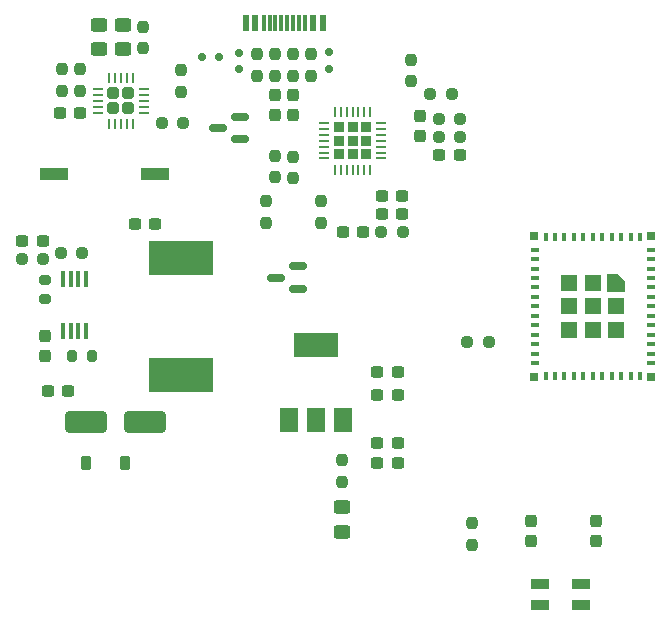
<source format=gbr>
%TF.GenerationSoftware,KiCad,Pcbnew,7.0.5*%
%TF.CreationDate,2023-06-06T12:25:19+02:00*%
%TF.ProjectId,biosensor,62696f73-656e-4736-9f72-2e6b69636164,rev?*%
%TF.SameCoordinates,Original*%
%TF.FileFunction,Paste,Top*%
%TF.FilePolarity,Positive*%
%FSLAX46Y46*%
G04 Gerber Fmt 4.6, Leading zero omitted, Abs format (unit mm)*
G04 Created by KiCad (PCBNEW 7.0.5) date 2023-06-06 12:25:19*
%MOMM*%
%LPD*%
G01*
G04 APERTURE LIST*
G04 Aperture macros list*
%AMRoundRect*
0 Rectangle with rounded corners*
0 $1 Rounding radius*
0 $2 $3 $4 $5 $6 $7 $8 $9 X,Y pos of 4 corners*
0 Add a 4 corners polygon primitive as box body*
4,1,4,$2,$3,$4,$5,$6,$7,$8,$9,$2,$3,0*
0 Add four circle primitives for the rounded corners*
1,1,$1+$1,$2,$3*
1,1,$1+$1,$4,$5*
1,1,$1+$1,$6,$7*
1,1,$1+$1,$8,$9*
0 Add four rect primitives between the rounded corners*
20,1,$1+$1,$2,$3,$4,$5,0*
20,1,$1+$1,$4,$5,$6,$7,0*
20,1,$1+$1,$6,$7,$8,$9,0*
20,1,$1+$1,$8,$9,$2,$3,0*%
%AMFreePoly0*
4,1,6,0.725000,-0.725000,-0.725000,-0.725000,-0.725000,0.125000,-0.125000,0.725000,0.725000,0.725000,0.725000,-0.725000,0.725000,-0.725000,$1*%
G04 Aperture macros list end*
%ADD10RoundRect,0.237500X0.300000X0.237500X-0.300000X0.237500X-0.300000X-0.237500X0.300000X-0.237500X0*%
%ADD11RoundRect,0.237500X0.237500X-0.250000X0.237500X0.250000X-0.237500X0.250000X-0.237500X-0.250000X0*%
%ADD12RoundRect,0.225000X0.225000X-0.225000X0.225000X0.225000X-0.225000X0.225000X-0.225000X-0.225000X0*%
%ADD13RoundRect,0.062500X0.062500X-0.337500X0.062500X0.337500X-0.062500X0.337500X-0.062500X-0.337500X0*%
%ADD14RoundRect,0.062500X0.337500X-0.062500X0.337500X0.062500X-0.337500X0.062500X-0.337500X-0.062500X0*%
%ADD15RoundRect,0.237500X-0.237500X0.250000X-0.237500X-0.250000X0.237500X-0.250000X0.237500X0.250000X0*%
%ADD16R,1.600000X0.850000*%
%ADD17R,2.440000X1.120000*%
%ADD18RoundRect,0.250000X0.450000X-0.325000X0.450000X0.325000X-0.450000X0.325000X-0.450000X-0.325000X0*%
%ADD19RoundRect,0.237500X-0.237500X0.300000X-0.237500X-0.300000X0.237500X-0.300000X0.237500X0.300000X0*%
%ADD20R,0.400000X0.800000*%
%ADD21R,0.800000X0.400000*%
%ADD22FreePoly0,270.000000*%
%ADD23R,1.450000X1.450000*%
%ADD24R,0.700000X0.700000*%
%ADD25RoundRect,0.237500X0.237500X-0.300000X0.237500X0.300000X-0.237500X0.300000X-0.237500X-0.300000X0*%
%ADD26R,0.450000X1.450000*%
%ADD27RoundRect,0.237500X0.250000X0.237500X-0.250000X0.237500X-0.250000X-0.237500X0.250000X-0.237500X0*%
%ADD28RoundRect,0.150000X0.587500X0.150000X-0.587500X0.150000X-0.587500X-0.150000X0.587500X-0.150000X0*%
%ADD29RoundRect,0.237500X-0.250000X-0.237500X0.250000X-0.237500X0.250000X0.237500X-0.250000X0.237500X0*%
%ADD30R,5.400000X2.900000*%
%ADD31RoundRect,0.200000X0.200000X0.275000X-0.200000X0.275000X-0.200000X-0.275000X0.200000X-0.275000X0*%
%ADD32RoundRect,0.250000X0.255000X0.255000X-0.255000X0.255000X-0.255000X-0.255000X0.255000X-0.255000X0*%
%ADD33RoundRect,0.062500X0.350000X0.062500X-0.350000X0.062500X-0.350000X-0.062500X0.350000X-0.062500X0*%
%ADD34RoundRect,0.062500X0.062500X0.350000X-0.062500X0.350000X-0.062500X-0.350000X0.062500X-0.350000X0*%
%ADD35RoundRect,0.225000X0.225000X0.375000X-0.225000X0.375000X-0.225000X-0.375000X0.225000X-0.375000X0*%
%ADD36R,1.500000X2.000000*%
%ADD37R,3.800000X2.000000*%
%ADD38RoundRect,0.250000X-1.500000X-0.650000X1.500000X-0.650000X1.500000X0.650000X-1.500000X0.650000X0*%
%ADD39RoundRect,0.237500X-0.300000X-0.237500X0.300000X-0.237500X0.300000X0.237500X-0.300000X0.237500X0*%
%ADD40RoundRect,0.200000X0.275000X-0.200000X0.275000X0.200000X-0.275000X0.200000X-0.275000X-0.200000X0*%
%ADD41RoundRect,0.150000X-0.200000X0.150000X-0.200000X-0.150000X0.200000X-0.150000X0.200000X0.150000X0*%
%ADD42R,0.600000X1.450000*%
%ADD43R,0.300000X1.450000*%
%ADD44RoundRect,0.150000X0.150000X0.200000X-0.150000X0.200000X-0.150000X-0.200000X0.150000X-0.200000X0*%
G04 APERTURE END LIST*
D10*
%TO.C,C8*%
X149600989Y-89620800D03*
X147875989Y-89620800D03*
%TD*%
D11*
%TO.C,R3*%
X130853050Y-80798500D03*
X130853050Y-78973500D03*
%TD*%
D12*
%TO.C,U4*%
X144276989Y-86052800D03*
X145396989Y-86052800D03*
X146516989Y-86052800D03*
X144276989Y-84932800D03*
X145396989Y-84932800D03*
X146516989Y-84932800D03*
X144276989Y-83812800D03*
X145396989Y-83812800D03*
X146516989Y-83812800D03*
D13*
X143896989Y-87382800D03*
X144396989Y-87382800D03*
X144896989Y-87382800D03*
X145396989Y-87382800D03*
X145896989Y-87382800D03*
X146396989Y-87382800D03*
X146896989Y-87382800D03*
D14*
X147846989Y-86432800D03*
X147846989Y-85932800D03*
X147846989Y-85432800D03*
X147846989Y-84932800D03*
X147846989Y-84432800D03*
X147846989Y-83932800D03*
X147846989Y-83432800D03*
D13*
X146896989Y-82482800D03*
X146396989Y-82482800D03*
X145896989Y-82482800D03*
X145396989Y-82482800D03*
X144896989Y-82482800D03*
X144396989Y-82482800D03*
X143896989Y-82482800D03*
D14*
X142946989Y-83432800D03*
X142946989Y-83932800D03*
X142946989Y-84432800D03*
X142946989Y-84932800D03*
X142946989Y-85432800D03*
X142946989Y-85932800D03*
X142946989Y-86432800D03*
%TD*%
D15*
%TO.C,R16*%
X138800000Y-86187500D03*
X138800000Y-88012500D03*
%TD*%
D16*
%TO.C,D7*%
X164750000Y-124250000D03*
X164750000Y-122500000D03*
X161250000Y-122500000D03*
X161250000Y-124250000D03*
%TD*%
D17*
%TO.C,SW1*%
X128712039Y-87751000D03*
X120102039Y-87751000D03*
%TD*%
D18*
%TO.C,D2*%
X123893450Y-77149900D03*
X123893450Y-75099900D03*
%TD*%
D11*
%TO.C,R8*%
X122359550Y-80687000D03*
X122359550Y-78862000D03*
%TD*%
D15*
%TO.C,R23*%
X155500000Y-117337500D03*
X155500000Y-119162500D03*
%TD*%
D19*
%TO.C,C6*%
X138848000Y-81047500D03*
X138848000Y-82772500D03*
%TD*%
D15*
%TO.C,R7*%
X138848000Y-77595800D03*
X138848000Y-79420800D03*
%TD*%
D20*
%TO.C,U3*%
X169740000Y-93060000D03*
X168940000Y-93060000D03*
X168140000Y-93060000D03*
X167340000Y-93060000D03*
X166540000Y-93060000D03*
X165740000Y-93060000D03*
X164940000Y-93060000D03*
X164140000Y-93060000D03*
X163340000Y-93060000D03*
X162540000Y-93060000D03*
X161740000Y-93060000D03*
D21*
X160840000Y-94160000D03*
X160840000Y-94960000D03*
X160840000Y-95760000D03*
X160840000Y-96560000D03*
X160840000Y-97360000D03*
X160840000Y-98160000D03*
X160840000Y-98960000D03*
X160840000Y-99760000D03*
X160840000Y-100560000D03*
X160840000Y-101360000D03*
X160840000Y-102160000D03*
X160840000Y-102960000D03*
X160840000Y-103760000D03*
D20*
X161740000Y-104860000D03*
X162540000Y-104860000D03*
X163340000Y-104860000D03*
X164140000Y-104860000D03*
X164940000Y-104860000D03*
X165740000Y-104860000D03*
X166540000Y-104860000D03*
X167340000Y-104860000D03*
X168140000Y-104860000D03*
X168940000Y-104860000D03*
X169740000Y-104860000D03*
D21*
X170640000Y-103760000D03*
X170640000Y-102960000D03*
X170640000Y-102160000D03*
X170640000Y-101360000D03*
X170640000Y-100560000D03*
X170640000Y-99760000D03*
X170640000Y-98960000D03*
X170640000Y-98160000D03*
X170640000Y-97360000D03*
X170640000Y-96560000D03*
X170640000Y-95760000D03*
X170640000Y-94960000D03*
X170640000Y-94160000D03*
D22*
X167715000Y-96985000D03*
D23*
X165740000Y-96985000D03*
X163765000Y-96985000D03*
X167715000Y-98960000D03*
X165740000Y-98960000D03*
X163765000Y-98960000D03*
X167715000Y-100935000D03*
X165740000Y-100935000D03*
X163765000Y-100935000D03*
D24*
X170690000Y-104910000D03*
X160790000Y-104910000D03*
X160790000Y-93010000D03*
X170690000Y-93010000D03*
%TD*%
D15*
%TO.C,R9*%
X140372000Y-77593900D03*
X140372000Y-79418900D03*
%TD*%
D25*
%TO.C,C12*%
X151124989Y-84525300D03*
X151124989Y-82800300D03*
%TD*%
D15*
%TO.C,TH1*%
X127700000Y-75287500D03*
X127700000Y-77112500D03*
%TD*%
D26*
%TO.C,U1*%
X122836539Y-96670500D03*
X122186539Y-96670500D03*
X121536539Y-96670500D03*
X120886539Y-96670500D03*
X120886539Y-101070500D03*
X121536539Y-101070500D03*
X122186539Y-101070500D03*
X122836539Y-101070500D03*
%TD*%
D15*
%TO.C,R10*%
X141896000Y-77593900D03*
X141896000Y-79418900D03*
%TD*%
%TO.C,R17*%
X142712989Y-90062300D03*
X142712989Y-91887300D03*
%TD*%
D27*
%TO.C,R14*%
X153815489Y-81019300D03*
X151990489Y-81019300D03*
%TD*%
D28*
%TO.C,Q2*%
X135850489Y-84824800D03*
X135850489Y-82924800D03*
X133975489Y-83874800D03*
%TD*%
D29*
%TO.C,R12*%
X120695039Y-94466500D03*
X122520039Y-94466500D03*
%TD*%
D30*
%TO.C,L1*%
X130902039Y-94901000D03*
X130902039Y-104801000D03*
%TD*%
D29*
%TO.C,R13*%
X147825989Y-92668800D03*
X149650989Y-92668800D03*
%TD*%
D31*
%TO.C,R2*%
X123308339Y-103153300D03*
X121658339Y-103153300D03*
%TD*%
D27*
%TO.C,R22*%
X156912500Y-102000000D03*
X155087500Y-102000000D03*
%TD*%
D32*
%TO.C,U2*%
X126398050Y-82185500D03*
X126398050Y-80935500D03*
X125148050Y-82185500D03*
X125148050Y-80935500D03*
D33*
X127710550Y-82560500D03*
X127710550Y-82060500D03*
X127710550Y-81560500D03*
X127710550Y-81060500D03*
X127710550Y-80560500D03*
D34*
X126773050Y-79623000D03*
X126273050Y-79623000D03*
X125773050Y-79623000D03*
X125273050Y-79623000D03*
X124773050Y-79623000D03*
D33*
X123835550Y-80560500D03*
X123835550Y-81060500D03*
X123835550Y-81560500D03*
X123835550Y-82060500D03*
X123835550Y-82560500D03*
D34*
X124773050Y-83498000D03*
X125273050Y-83498000D03*
X125773050Y-83498000D03*
X126273050Y-83498000D03*
X126773050Y-83498000D03*
%TD*%
D10*
%TO.C,C2*%
X121350539Y-106161000D03*
X119625539Y-106161000D03*
%TD*%
D35*
%TO.C,D8*%
X126100000Y-112200000D03*
X122800000Y-112200000D03*
%TD*%
D27*
%TO.C,R18*%
X154524789Y-83053200D03*
X152699789Y-83053200D03*
%TD*%
D28*
%TO.C,Q1*%
X140812989Y-97474800D03*
X140812989Y-95574800D03*
X138937989Y-96524800D03*
%TD*%
D36*
%TO.C,U5*%
X140000000Y-108550000D03*
X142300000Y-108550000D03*
D37*
X142300000Y-102250000D03*
D36*
X144600000Y-108550000D03*
%TD*%
D25*
%TO.C,C17*%
X160500000Y-118862500D03*
X160500000Y-117137500D03*
%TD*%
D15*
%TO.C,R21*%
X138112989Y-90074800D03*
X138112989Y-91899800D03*
%TD*%
D25*
%TO.C,C18*%
X166000000Y-118862500D03*
X166000000Y-117137500D03*
%TD*%
D38*
%TO.C,D1*%
X122814039Y-108741000D03*
X127814039Y-108741000D03*
%TD*%
D39*
%TO.C,C14*%
X147487500Y-112250000D03*
X149212500Y-112250000D03*
%TD*%
D15*
%TO.C,R24*%
X144500000Y-112000000D03*
X144500000Y-113825000D03*
%TD*%
D25*
%TO.C,C3*%
X119321539Y-103163000D03*
X119321539Y-101438000D03*
%TD*%
D39*
%TO.C,C5*%
X117443039Y-93450500D03*
X119168039Y-93450500D03*
%TD*%
D40*
%TO.C,R4*%
X119321539Y-98339500D03*
X119321539Y-96689500D03*
%TD*%
D39*
%TO.C,C10*%
X152732989Y-86156800D03*
X154457989Y-86156800D03*
%TD*%
D18*
%TO.C,D3*%
X126000000Y-77150000D03*
X126000000Y-75100000D03*
%TD*%
D41*
%TO.C,D6*%
X143420000Y-78850800D03*
X143420000Y-77450800D03*
%TD*%
%TO.C,D5*%
X135800000Y-78900000D03*
X135800000Y-77500000D03*
%TD*%
D29*
%TO.C,R20*%
X152701689Y-84577200D03*
X154526689Y-84577200D03*
%TD*%
D39*
%TO.C,C13*%
X147500000Y-110500000D03*
X149225000Y-110500000D03*
%TD*%
D10*
%TO.C,C9*%
X149600989Y-91144800D03*
X147875989Y-91144800D03*
%TD*%
D27*
%TO.C,R11*%
X119218039Y-94974500D03*
X117393039Y-94974500D03*
%TD*%
D39*
%TO.C,C15*%
X147500000Y-104500000D03*
X149225000Y-104500000D03*
%TD*%
D15*
%TO.C,R6*%
X137324000Y-77593900D03*
X137324000Y-79418900D03*
%TD*%
D11*
%TO.C,R19*%
X150312989Y-79899800D03*
X150312989Y-78074800D03*
%TD*%
D29*
%TO.C,R1*%
X129229350Y-83438200D03*
X131054350Y-83438200D03*
%TD*%
D15*
%TO.C,R15*%
X140400000Y-86287500D03*
X140400000Y-88112500D03*
%TD*%
D10*
%TO.C,C1*%
X128716539Y-91977000D03*
X126991539Y-91977000D03*
%TD*%
D39*
%TO.C,C16*%
X147500000Y-106500000D03*
X149225000Y-106500000D03*
%TD*%
D10*
%TO.C,C4*%
X122317550Y-82576500D03*
X120592550Y-82576500D03*
%TD*%
D11*
%TO.C,R5*%
X120800000Y-80712500D03*
X120800000Y-78887500D03*
%TD*%
D18*
%TO.C,D9*%
X144500000Y-118025000D03*
X144500000Y-115975000D03*
%TD*%
D10*
%TO.C,C11*%
X146298989Y-92668800D03*
X144573989Y-92668800D03*
%TD*%
D19*
%TO.C,C7*%
X140400000Y-81037500D03*
X140400000Y-82762500D03*
%TD*%
D42*
%TO.C,P1*%
X142873011Y-74989000D03*
X142073011Y-74989000D03*
D43*
X140873011Y-74989000D03*
X139873011Y-74989000D03*
X139373011Y-74989000D03*
X138373011Y-74989000D03*
D42*
X137173011Y-74989000D03*
X136373011Y-74989000D03*
X136373011Y-74989000D03*
X137173011Y-74989000D03*
D43*
X137873011Y-74989000D03*
X138873011Y-74989000D03*
X140373011Y-74989000D03*
X141373011Y-74989000D03*
D42*
X142073011Y-74989000D03*
X142873011Y-74989000D03*
%TD*%
D44*
%TO.C,D4*%
X132670000Y-77860500D03*
X134070000Y-77860500D03*
%TD*%
M02*

</source>
